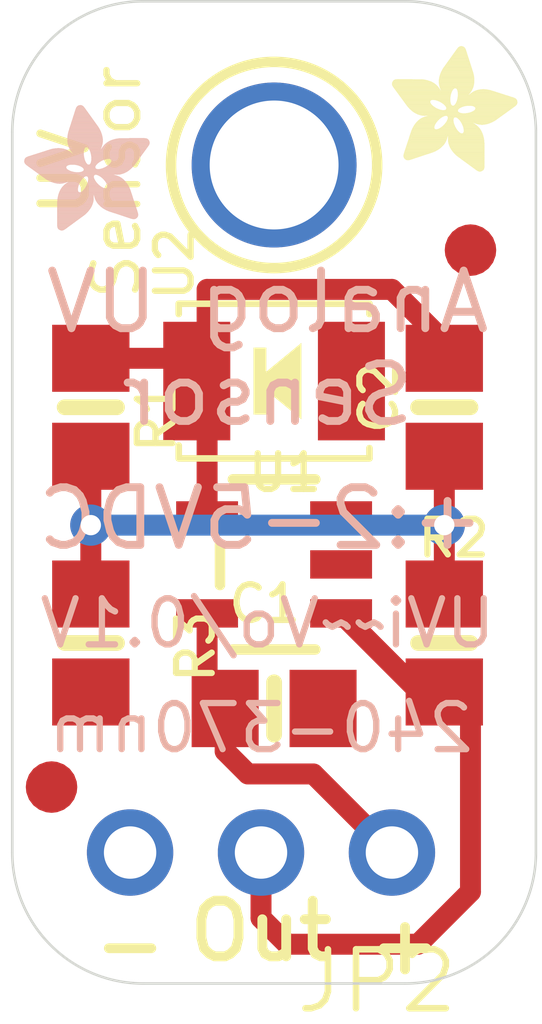
<source format=kicad_pcb>
(kicad_pcb (version 20211014) (generator pcbnew)
  (layers (0 "F.Cu" signal) (31 "B.Cu" signal) (34 "B.Paste" user) (35 "F.Paste" user) (36 "B.SilkS" user "B.Silkscreen") (37 "F.SilkS" user "F.Silkscreen") (38 "B.Mask" user) (39 "F.Mask" user) (44 "Edge.Cuts" user))
  (net 0 "")
  (net 1 "GND")
  (net 2 "5.0V")
  (net 3 "N$2")
  (net 4 "N$1")
  (net 5 "AOUT")
  (footprint "boardEagle:MOUNTINGHOLE_2.5_PLATED" (layer "F.Cu") (at 148.5011 98.6536)
    (fp_text reference "U$6" hide)
    (fp_text value "MOUNTINGHOLE2.5" hide)
    (pad "P$1" thru_hole circle (at 0 0) (size 3.2 3.2) (drill 2.5) (layers *.Cu *.Mask))
  )
  (footprint "boardEagle:FIDUCIAL_1MM" (layer "F.Cu") (at 144.1831 110.7186 90)
    (fp_text reference "FID1" hide)
    (fp_text value "FIDUCIAL\"\"" hide)
    (pad "1" smd roundrect (at 0 0 90) (size 1 1) (layers "F.Cu" "F.Mask") (roundrect_rratio 0.5))
  )
  (footprint "boardEagle:0805-NO" (layer "F.Cu") (at 144.9451 103.3526 -90)
    (fp_text reference "R1" (at -0.5715 -1.27 90) (layer "F.SilkS") (effects (font (size 0.692831 0.692831) (thickness 0.119969)) (justify right)))
    (fp_text value "1M")
    (pad "1" smd rect (at -0.95 0 270) (size 1.3 1.5) (layers "F.Cu" "F.Paste" "F.Mask") (net 3 "N$2"))
    (pad "2" smd rect (at 0.95 0 270) (size 1.3 1.5) (layers "F.Cu" "F.Paste" "F.Mask") (net 4 "N$1"))
  )
  (footprint "boardEagle:FIDUCIAL_1MM" (layer "F.Cu") (at 152.3111 100.3046 90)
    (fp_text reference "FID2" hide)
    (fp_text value "FIDUCIAL\"\"" hide)
    (pad "1" smd roundrect (at 0 0 90) (size 1 1) (layers "F.Cu" "F.Mask") (roundrect_rratio 0.5))
  )
  (footprint "boardEagle:ADAFRUIT_2.5MM" (layer "F.Cu") (at 150.7871 98.7806)
    (fp_text reference "U$7" hide)
    (fp_text value "" hide)
  )
  (footprint "boardEagle:GUVA-S12SD" (layer "F.Cu") (at 148.5011 102.8446 90)
    (fp_text reference "U2" (at 1.507 -1.935 90) (layer "F.SilkS") (effects (font (size 0.692831 0.692831) (thickness 0.119969)) (justify left)))
    (fp_text value "GUVA-S12SD")
    (pad "A" smd rect (at 0 1.5 180) (size 1.3 2.3) (layers "F.Cu" "F.Paste" "F.Mask") (net 1 "GND"))
    (pad "K" smd rect (at 0 -1.5 180) (size 1.3 2.3) (layers "F.Cu" "F.Paste" "F.Mask") (net 3 "N$2"))
  )
  (footprint "boardEagle:0805-NO" (layer "F.Cu") (at 151.8031 103.3526 90)
    (fp_text reference "C2" (at -0.5715 -1.27 90) (layer "F.SilkS") (effects (font (size 0.692831 0.692831) (thickness 0.119969)) (justify left)))
    (fp_text value "0.1uF")
    (pad "1" smd rect (at -0.95 0 90) (size 1.3 1.5) (layers "F.Cu" "F.Paste" "F.Mask") (net 4 "N$1"))
    (pad "2" smd rect (at 0.95 0 90) (size 1.3 1.5) (layers "F.Cu" "F.Paste" "F.Mask") (net 3 "N$2"))
  )
  (footprint "boardEagle:0805-NO" (layer "F.Cu") (at 151.8031 107.9246 90)
    (fp_text reference "R2" (at 2.032 -0.5715) (layer "F.SilkS") (effects (font (size 0.692831 0.692831) (thickness 0.119969)) (justify left)))
    (fp_text value "3.3K")
    (pad "1" smd rect (at -0.95 0 90) (size 1.3 1.5) (layers "F.Cu" "F.Paste" "F.Mask") (net 5 "AOUT"))
    (pad "2" smd rect (at 0.95 0 90) (size 1.3 1.5) (layers "F.Cu" "F.Paste" "F.Mask") (net 4 "N$1"))
  )
  (footprint "boardEagle:0805-NO" (layer "F.Cu") (at 148.5011 109.1946)
    (fp_text reference "C1" (at 0.5715 -2.032) (layer "F.SilkS") (effects (font (size 0.692831 0.692831) (thickness 0.119969)) (justify right)))
    (fp_text value "0.1uF")
    (pad "1" smd rect (at -0.95 0) (size 1.3 1.5) (layers "F.Cu" "F.Paste" "F.Mask") (net 2 "5.0V"))
    (pad "2" smd rect (at 0.95 0) (size 1.3 1.5) (layers "F.Cu" "F.Paste" "F.Mask") (net 1 "GND"))
  )
  (footprint "boardEagle:0805-NO" (layer "F.Cu") (at 144.9451 107.9246 90)
    (fp_text reference "R3" (at -0.8255 2.032 90) (layer "F.SilkS") (effects (font (size 0.692831 0.692831) (thickness 0.119969)) (justify left)))
    (fp_text value "1K")
    (pad "1" smd rect (at -0.95 0 90) (size 1.3 1.5) (layers "F.Cu" "F.Paste" "F.Mask") (net 1 "GND"))
    (pad "2" smd rect (at 0.95 0 90) (size 1.3 1.5) (layers "F.Cu" "F.Paste" "F.Mask") (net 4 "N$1"))
  )
  (footprint "boardEagle:1X03-CLEANBIG" (layer "F.Cu") (at 148.2471 111.9886 180)
    (fp_text reference "JP2" (at -3.8862 -1.8288 180) (layer "F.SilkS") (effects (font (size 1.143 1.143) (thickness 0.127)) (justify right top)))
    (fp_text value "")
    (pad "1" thru_hole circle (at -2.54 0 270) (size 1.6764 1.6764) (drill 1.016) (layers *.Cu *.Mask) (net 2 "5.0V"))
    (pad "2" thru_hole circle (at 0 0 270) (size 1.6764 1.6764) (drill 1.016) (layers *.Cu *.Mask) (net 5 "AOUT"))
    (pad "3" thru_hole circle (at 2.54 0 270) (size 1.6764 1.6764) (drill 1.016) (layers *.Cu *.Mask) (net 1 "GND"))
  )
  (footprint "boardEagle:SOT23-5" (layer "F.Cu") (at 148.5011 106.4006 90)
    (fp_text reference "U1" (at 1.778 -0.562) (layer "F.SilkS") (effects (font (size 0.692831 0.692831) (thickness 0.119969)) (justify left)))
    (fp_text value "MCP6001")
    (pad "1" smd rect (at -0.95 1.3001 90) (size 0.55 1.2) (layers "F.Cu" "F.Paste" "F.Mask") (net 5 "AOUT"))
    (pad "2" smd rect (at 0 1.3001 90) (size 0.55 1.2) (layers "F.Cu" "F.Paste" "F.Mask") (net 1 "GND"))
    (pad "3" smd rect (at 0.95 1.3001 90) (size 0.55 1.2) (layers "F.Cu" "F.Paste" "F.Mask") (net 1 "GND"))
    (pad "4" smd rect (at 0.95 -1.3001 90) (size 0.55 1.2) (layers "F.Cu" "F.Paste" "F.Mask") (net 3 "N$2"))
    (pad "5" smd rect (at -0.95 -1.3001 90) (size 0.55 1.2) (layers "F.Cu" "F.Paste" "F.Mask") (net 2 "5.0V"))
  )
  (footprint "boardEagle:ADAFRUIT_2.5MM" (layer "B.Cu") (at 146.0881 99.9236 180)
    (fp_text reference "U$8" hide)
    (fp_text value "" hide)
  )
  (gr_arc (start 151.0411 95.4786) (mid 152.837151 96.222549) (end 153.5811 98.0186) (layer "Edge.Cuts") (width 0.05))
  (gr_arc (start 143.4211 98.0186) (mid 144.165049 96.222549) (end 145.9611 95.4786) (layer "Edge.Cuts") (width 0.05))
  (gr_arc (start 153.5811 111.9886) (mid 152.837151 113.784651) (end 151.0411 114.5286) (layer "Edge.Cuts") (width 0.05))
  (gr_line (start 151.0411 95.4786) (end 145.9611 95.4786) (layer "Edge.Cuts") (width 0.05))
  (gr_line (start 153.5811 111.9886) (end 153.5811 98.0186) (layer "Edge.Cuts") (width 0.05))
  (gr_line (start 143.4211 98.0186) (end 143.4211 111.9886) (layer "Edge.Cuts") (width 0.05))
  (gr_arc (start 145.9611 114.5286) (mid 144.165049 113.784651) (end 143.4211 111.9886) (layer "Edge.Cuts") (width 0.05))
  (gr_line (start 145.9611 114.5286) (end 151.0411 114.5286) (layer "Edge.Cuts") (width 0.05))
  (gr_text "240-370nm" (at 148.2471 109.5756) (layer "B.SilkS") (effects (font (size 0.89408 0.89408) (thickness 0.12192)) (justify mirror)))
  (gr_text "UVi~~Vo/0.1V" (at 148.3741 107.5436) (layer "B.SilkS") (effects (font (size 0.89408 0.89408) (thickness 0.12192)) (justify mirror)))
  (gr_text "+:2-5VDC" (at 148.2471 105.5116) (layer "B.SilkS") (effects (font (size 1.1176 1.1176) (thickness 0.1524)) (justify mirror)))
  (gr_text "Analog UV\nSensor" (at 148.3741 102.2096) (layer "B.SilkS") (effects (font (size 1.1176 1.1176) (thickness 0.1524)) (justify mirror)))
  (gr_text "-" (at 145.7071 113.7666) (layer "F.SilkS") (effects (font (size 1.0795 1.0795) (thickness 0.1905))))
  (gr_text "Sensor" (at 145.9611 101.3206 90) (layer "F.SilkS") (effects (font (size 0.89408 0.89408) (thickness 0.12192)) (justify left bottom)))
  (gr_text "UV" (at 144.4371 98.7806 90) (layer "F.SilkS") (effects (font (size 0.8636 0.8636) (thickness 0.1524))))
  (gr_text "+" (at 151.0411 113.7666) (layer "F.SilkS") (effects (font (size 1.0795 1.0795) (thickness 0.1905))))
  (gr_text "Out" (at 148.2471 113.5126) (layer "F.SilkS") (effects (font (size 1.0795 1.0795) (thickness 0.1905))))
  (segment (start 147.9931 110.4646) (end 147.5511 110.0226) (width 0.4064) (layer "F.Cu") (net 2))
  (segment (start 147.201 107.3506) (end 147.201 108.8445) (width 0.4064) (layer "F.Cu") (net 2))
  (segment (start 149.2631 110.4646) (end 150.7871 111.9886) (width 0.4064) (layer "F.Cu") (net 2))
  (segment (start 147.201 108.8445) (end 147.5511 109.1946) (width 0.4064) (layer "F.Cu") (net 2))
  (segment (start 147.5511 110.0226) (end 147.5511 109.1946) (width 0.4064) (layer "F.Cu") (net 2))
  (segment (start 147.9931 110.4646) (end 149.2631 110.4646) (width 0.4064) (layer "F.Cu") (net 2))
  (segment (start 147.201 101.0666) (end 150.7871 101.0666) (width 0.4064) (layer "F.Cu") (net 3))
  (segment (start 144.9451 102.4026) (end 147.0011 102.4026) (width 0.4064) (layer "F.Cu") (net 3))
  (segment (start 147.201 102.8446) (end 147.201 101.0666) (width 0.4064) (layer "F.Cu") (net 3))
  (segment (start 147.0011 102.4026) (end 147.0011 102.8446) (width 0.4064) (layer "F.Cu") (net 3))
  (segment (start 150.7871 101.0666) (end 151.8031 102.0826) (width 0.4064) (layer "F.Cu") (net 3))
  (segment (start 147.201 102.8446) (end 147.201 105.4506) (width 0.4064) (layer "F.Cu") (net 3))
  (segment (start 147.0011 102.8446) (end 147.201 102.8446) (width 0.4064) (layer "F.Cu") (net 3))
  (segment (start 151.8031 102.0826) (end 151.8031 102.4026) (width 0.4064) (layer "F.Cu") (net 3))
  (segment (start 144.9451 105.6386) (end 144.9451 106.9746) (width 0.4064) (layer "F.Cu") (net 4))
  (segment (start 144.9451 104.3026) (end 144.9451 105.6386) (width 0.4064) (layer "F.Cu") (net 4))
  (segment (start 151.8031 104.3026) (end 151.8031 105.6386) (width 0.4064) (layer "F.Cu") (net 4))
  (segment (start 151.8031 105.6386) (end 151.8031 106.9746) (width 0.4064) (layer "F.Cu") (net 4))
  (via (at 144.9451 105.6386) (size 0.8001) (drill 0.3937) (layers "F.Cu" "B.Cu") (net 4))
  (via (at 151.8031 105.6386) (size 0.8001) (drill 0.3937) (layers "F.Cu" "B.Cu") (net 4))
  (segment (start 144.9451 105.6386) (end 151.8031 105.6386) (width 0.4064) (layer "B.Cu") (net 4))
  (segment (start 149.8012 107.3506) (end 151.3252 108.8746) (width 0.4064) (layer "F.Cu") (net 5))
  (segment (start 151.3252 108.8746) (end 151.8031 108.8746) (width 0.4064) (layer "F.Cu") (net 5))
  (segment (start 148.2471 113.2586) (end 148.2471 111.9886) (width 0.4064) (layer "F.Cu") (net 5))
  (segment (start 152.3111 109.3826) (end 151.8031 108.8746) (width 0.4064) (layer "F.Cu") (net 5))
  (segment (start 152.3111 109.3826) (end 152.3111 112.7506) (width 0.4064) (layer "F.Cu") (net 5))
  (segment (start 151.2951 113.7666) (end 148.7551 113.7666) (width 0.4064) (layer "F.Cu") (net 5))
  (segment (start 152.3111 112.7506) (end 151.2951 113.7666) (width 0.4064) (layer "F.Cu") (net 5))
  (segment (start 148.7551 113.7666) (end 148.2471 113.2586) (width 0.4064) (layer "F.Cu") (net 5))
)
</source>
